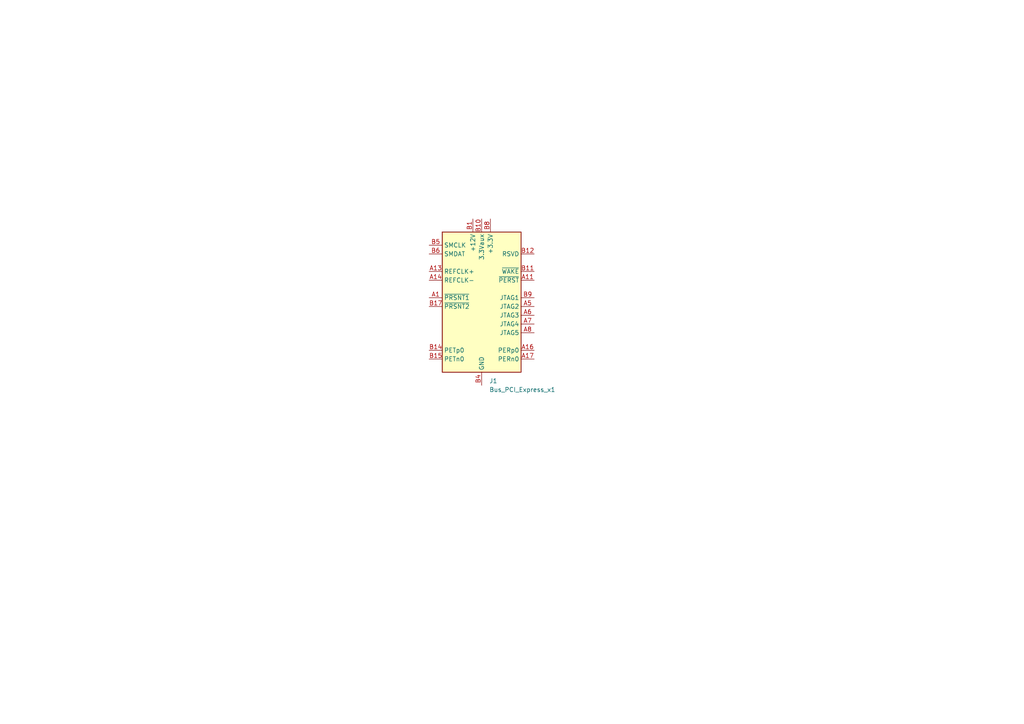
<source format=kicad_sch>
(kicad_sch (version 20231120) (generator "eeschema") (generator_version "8.0")
  (paper "A4")
  (lib_symbols
    (symbol "Connector:Bus_PCI_Express_x1"
      (property "Reference" "J" (at -8.89 22.86 0))
      (property "Value" "Bus_PCI_Express_x1" (at 12.7 22.86 0))
      (symbol "Bus_PCI_Express_x1_0_1"
        (rectangle (start -11.43 21.59) (end 11.43 -19.05) (stroke (width 0.254)) (fill (type background)))
      )
      (symbol "Bus_PCI_Express_x1_1_1"
        (pin passive line (at -15.24 2.54 0) (length 3.81) (name "~{PRSNT1}") (number "A1"))
        (pin passive line (at 2.54 25.4 270) (length 3.81) hide (name "+3.3V") (number "A10"))
        (pin input line (at 15.24 7.62 180) (length 3.81) (name "~{PERST}") (number "A11"))
        (pin passive line (at 0 -22.86 90) (length 3.81) hide (name "GND") (number "A12"))
        (pin input line (at -15.24 10.16 0) (length 3.81) (name "REFCLK+") (number "A13"))
        (pin input line (at -15.24 7.62 0) (length 3.81) (name "REFCLK-") (number "A14"))
        (pin passive line (at 0 -22.86 90) (length 3.81) hide (name "GND") (number "A15"))
        (pin output line (at 15.24 -12.7 180) (length 3.81) (name "PERp0") (number "A16"))
        (pin output line (at 15.24 -15.24 180) (length 3.81) (name "PERn0") (number "A17"))
        (pin passive line (at 0 -22.86 90) (length 3.81) hide (name "GND") (number "A18"))
        (pin passive line (at -2.54 25.4 270) (length 3.81) hide (name "+12V") (number "A2"))
        (pin passive line (at -2.54 25.4 270) (length 3.81) hide (name "+12V") (number "A3"))
        (pin passive line (at 0 -22.86 90) (length 3.81) hide (name "GND") (number "A4"))
        (pin input line (at 15.24 0 180) (length 3.81) (name "JTAG2") (number "A5"))
        (pin input line (at 15.24 -2.54 180) (length 3.81) (name "JTAG3") (number "A6"))
        (pin output line (at 15.24 -5.08 180) (length 3.81) (name "JTAG4") (number "A7"))
        (pin input line (at 15.24 -7.62 180) (length 3.81) (name "JTAG5") (number "A8"))
        (pin passive line (at 2.54 25.4 270) (length 3.81) hide (name "+3.3V") (number "A9"))
        (pin power_in line (at -2.54 25.4 270) (length 3.81) (name "+12V") (number "B1"))
        (pin power_in line (at 0 25.4 270) (length 3.81) (name "3.3Vaux") (number "B10"))
        (pin open_collector line (at 15.24 10.16 180) (length 3.81) (name "~{WAKE}") (number "B11"))
        (pin passive line (at 15.24 15.24 180) (length 3.81) (name "RSVD") (number "B12"))
        (pin passive line (at 0 -22.86 90) (length 3.81) hide (name "GND") (number "B13"))
        (pin input line (at -15.24 -12.7 0) (length 3.81) (name "PETp0") (number "B14"))
        (pin input line (at -15.24 -15.24 0) (length 3.81) (name "PETn0") (number "B15"))
        (pin passive line (at 0 -22.86 90) (length 3.81) hide (name "GND") (number "B16"))
        (pin passive line (at -15.24 0 0) (length 3.81) (name "~{PRSNT2}") (number "B17"))
        (pin passive line (at 0 -22.86 90) (length 3.81) hide (name "GND") (number "B18"))
        (pin passive line (at -2.54 25.4 270) (length 3.81) hide (name "+12V") (number "B2"))
        (pin passive line (at -2.54 25.4 270) (length 3.81) hide (name "+12V") (number "B3"))
        (pin power_in line (at 0 -22.86 90) (length 3.81) (name "GND") (number "B4"))
        (pin input line (at -15.24 17.78 0) (length 3.81) (name "SMCLK") (number "B5"))
        (pin bidirectional line (at -15.24 15.24 0) (length 3.81) (name "SMDAT") (number "B6"))
        (pin passive line (at 0 -22.86 90) (length 3.81) hide (name "GND") (number "B7"))
        (pin power_in line (at 2.54 25.4 270) (length 3.81) (name "+3.3V") (number "B8"))
        (pin input line (at 15.24 2.54 180) (length 3.81) (name "JTAG1") (number "B9"))
      )
    )
  )
  (symbol (lib_id "Connector:Bus_PCI_Express_x1") (at 139.7 88.9 0) (unit 1)
    (property "Reference" "J1" (at 141.8941 110.49 0) (effects (justify left)))
    (property "Value" "Bus_PCI_Express_x1" (at 141.8941 113.03 0) (effects (justify left)))
    (property "Footprint" "Connector_PCBEdge:BUS_PCIexpress_x1" (effects (hide yes)))
    (property "Datasheet" "http://www.ritrontek.com/uploadfile/2016/1026/20161026105231124.pdf#page=63" (effects (hide yes)))
    (property "Description" "PCI Express bus connector x1" (effects (hide yes)))
    (property "basic?" "n/a" (effects (hide yes)))
    (property "price" "n/a" (effects (hide yes)))
    (property "link" "n/a" (effects (hide yes)))
    (property "LCSC Part #" "n/a" (effects (hide yes)))
  )
)
</source>
